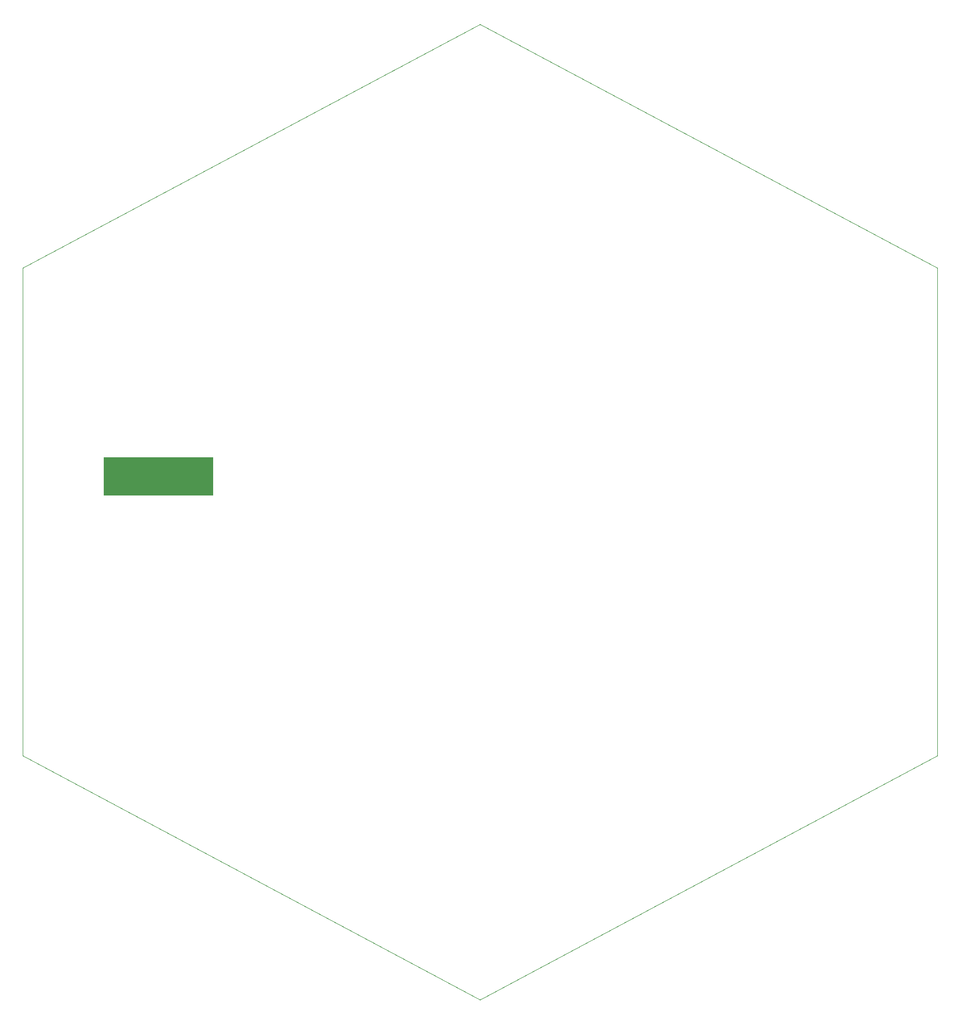
<source format=gko>
G04*
G04 #@! TF.GenerationSoftware,Altium Limited,Altium Designer,25.5.2 (35)*
G04*
G04 Layer_Color=16711935*
%FSLAX44Y44*%
%MOMM*%
G71*
G04*
G04 #@! TF.SameCoordinates,1C876D45-0CCD-4BF8-8A60-7BCD78DFC47F*
G04*
G04*
G04 #@! TF.FilePolarity,Positive*
G04*
G01*
G75*
%ADD108C,0.0127*%
%ADD109R,18.0000X6.3000*%
D108*
X1102602Y1600063D02*
X1852602Y1200063D01*
X352602Y1200063D02*
X1102602Y1600063D01*
X1852602Y400064D02*
X1852602Y1200063D01*
X352602Y400064D02*
X352602Y1200063D01*
X352602Y400064D02*
X1102602Y63D01*
X1852602Y400064D01*
D109*
X575080Y858253D02*
D03*
D03*
M02*

</source>
